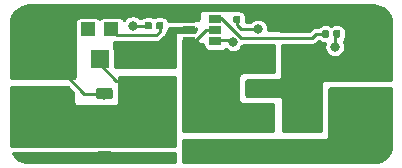
<source format=gbr>
G04 #@! TF.GenerationSoftware,KiCad,Pcbnew,(5.1.2)-2*
G04 #@! TF.CreationDate,2020-05-22T00:57:25-04:00*
G04 #@! TF.ProjectId,SWSupply,53575375-7070-46c7-992e-6b696361645f,rev?*
G04 #@! TF.SameCoordinates,Original*
G04 #@! TF.FileFunction,Copper,L1,Top*
G04 #@! TF.FilePolarity,Positive*
%FSLAX46Y46*%
G04 Gerber Fmt 4.6, Leading zero omitted, Abs format (unit mm)*
G04 Created by KiCad (PCBNEW (5.1.2)-2) date 2020-05-22 00:57:25*
%MOMM*%
%LPD*%
G04 APERTURE LIST*
%ADD10C,0.600000*%
%ADD11R,3.400000X0.980000*%
%ADD12R,1.200000X1.200000*%
%ADD13R,1.600000X1.500000*%
%ADD14R,1.400000X1.390000*%
%ADD15R,3.360000X4.860000*%
%ADD16R,1.060000X0.650000*%
%ADD17C,0.100000*%
%ADD18C,0.590000*%
%ADD19O,1.700000X1.700000*%
%ADD20R,1.700000X1.700000*%
%ADD21C,0.975000*%
%ADD22C,1.600000*%
%ADD23C,0.800000*%
%ADD24C,0.250000*%
%ADD25C,0.254000*%
G04 APERTURE END LIST*
D10*
X164900000Y-123100000D03*
X163900000Y-123100000D03*
X162900000Y-123100000D03*
X161900000Y-123100000D03*
X160900000Y-123100000D03*
X157100000Y-123100000D03*
X156100000Y-123100000D03*
X155100000Y-123100000D03*
X154100000Y-123100000D03*
X153100000Y-123100000D03*
X164900000Y-118700000D03*
X163900000Y-118700000D03*
X162900000Y-118700000D03*
X161900000Y-118700000D03*
X160900000Y-118700000D03*
X164900000Y-121700000D03*
X163900000Y-121700000D03*
X162900000Y-121700000D03*
X161900000Y-121700000D03*
X160900000Y-121700000D03*
X157100000Y-121700000D03*
X156100000Y-121700000D03*
X155100000Y-121700000D03*
X154100000Y-121700000D03*
X153100000Y-121700000D03*
X152100000Y-121700000D03*
X164900000Y-120700000D03*
X163900000Y-120700000D03*
X162900000Y-120700000D03*
X161900000Y-120700000D03*
X160900000Y-120700000D03*
X157100000Y-120700000D03*
X156100000Y-120700000D03*
X155100000Y-120700000D03*
X154100000Y-120700000D03*
X153100000Y-120700000D03*
X152100000Y-120700000D03*
X164900000Y-119700000D03*
X163900000Y-119700000D03*
X162900000Y-119700000D03*
X161900000Y-119700000D03*
X160900000Y-119700000D03*
X157100000Y-119700000D03*
X156100000Y-119700000D03*
X155100000Y-119700000D03*
X154100000Y-119700000D03*
X153100000Y-119700000D03*
X165100000Y-110500000D03*
X164100000Y-110500000D03*
X163100000Y-110500000D03*
X162100000Y-110500000D03*
X161100000Y-110500000D03*
X160100000Y-110500000D03*
X159100000Y-110500000D03*
X158100000Y-110500000D03*
X157100000Y-110500000D03*
X156100000Y-113500000D03*
X155100000Y-113500000D03*
X154100000Y-113500000D03*
X153100000Y-113500000D03*
X152100000Y-113500000D03*
X156100000Y-112500000D03*
X155100000Y-112500000D03*
X154100000Y-112500000D03*
X153100000Y-112500000D03*
X152100000Y-112500000D03*
X156100000Y-111500000D03*
X155100000Y-111500000D03*
X154100000Y-111500000D03*
X153100000Y-111500000D03*
X152100000Y-111500000D03*
X152100000Y-119700000D03*
X156100000Y-110500000D03*
X155100000Y-110500000D03*
X154100000Y-110500000D03*
X153100000Y-110500000D03*
X180100000Y-112500000D03*
X181100000Y-112500000D03*
X182100000Y-112500000D03*
X183100000Y-112500000D03*
X180100000Y-113500000D03*
X181100000Y-113500000D03*
X182100000Y-113500000D03*
X183100000Y-113500000D03*
X173600000Y-111500000D03*
X174600000Y-111500000D03*
X175600000Y-111500000D03*
X176600000Y-111500000D03*
X177600000Y-111500000D03*
X178600000Y-111500000D03*
X179600000Y-111500000D03*
X180600000Y-111500000D03*
X181600000Y-111500000D03*
X182600000Y-111500000D03*
X171600000Y-110500000D03*
X172600000Y-110500000D03*
X173600000Y-110500000D03*
X174600000Y-110500000D03*
X175600000Y-110500000D03*
X176600000Y-110500000D03*
X177600000Y-110500000D03*
X178600000Y-110500000D03*
X179600000Y-110500000D03*
X180600000Y-110500000D03*
X181600000Y-110500000D03*
X182600000Y-110500000D03*
X170900000Y-123000000D03*
X171900000Y-123000000D03*
X172900000Y-123000000D03*
X173900000Y-123000000D03*
X174900000Y-123000000D03*
X175900000Y-123000000D03*
X176900000Y-123000000D03*
X177900000Y-123000000D03*
X178900000Y-123000000D03*
X170900000Y-122000000D03*
X171900000Y-122000000D03*
X172900000Y-122000000D03*
X173900000Y-122000000D03*
X174900000Y-122000000D03*
X175900000Y-122000000D03*
X176900000Y-122000000D03*
X177900000Y-122000000D03*
X182900000Y-123000000D03*
X181900000Y-123000000D03*
X180900000Y-123000000D03*
X179900000Y-123000000D03*
X182900000Y-122000000D03*
X181900000Y-122000000D03*
X180900000Y-122000000D03*
X179900000Y-122000000D03*
X178900000Y-122000000D03*
X182900000Y-121000000D03*
X181900000Y-121000000D03*
X180900000Y-121000000D03*
X179900000Y-121000000D03*
X178900000Y-121000000D03*
X182900000Y-120000000D03*
X181900000Y-120000000D03*
X180900000Y-120000000D03*
X179900000Y-120000000D03*
X178900000Y-120000000D03*
D11*
X163100000Y-117085000D03*
X163100000Y-114715000D03*
D12*
X159900000Y-112225000D03*
D13*
X158900000Y-114775000D03*
D12*
X157900000Y-112225000D03*
D14*
X167180000Y-122516000D03*
X169020000Y-122516000D03*
D15*
X168100000Y-118545000D03*
D16*
X168700000Y-112300000D03*
X168700000Y-111350000D03*
X168700000Y-113250000D03*
X166500000Y-113250000D03*
X166500000Y-112300000D03*
X166500000Y-111350000D03*
D17*
G36*
X164146958Y-111580710D02*
G01*
X164161276Y-111582834D01*
X164175317Y-111586351D01*
X164188946Y-111591228D01*
X164202031Y-111597417D01*
X164214447Y-111604858D01*
X164226073Y-111613481D01*
X164236798Y-111623202D01*
X164246519Y-111633927D01*
X164255142Y-111645553D01*
X164262583Y-111657969D01*
X164268772Y-111671054D01*
X164273649Y-111684683D01*
X164277166Y-111698724D01*
X164279290Y-111713042D01*
X164280000Y-111727500D01*
X164280000Y-112072500D01*
X164279290Y-112086958D01*
X164277166Y-112101276D01*
X164273649Y-112115317D01*
X164268772Y-112128946D01*
X164262583Y-112142031D01*
X164255142Y-112154447D01*
X164246519Y-112166073D01*
X164236798Y-112176798D01*
X164226073Y-112186519D01*
X164214447Y-112195142D01*
X164202031Y-112202583D01*
X164188946Y-112208772D01*
X164175317Y-112213649D01*
X164161276Y-112217166D01*
X164146958Y-112219290D01*
X164132500Y-112220000D01*
X163837500Y-112220000D01*
X163823042Y-112219290D01*
X163808724Y-112217166D01*
X163794683Y-112213649D01*
X163781054Y-112208772D01*
X163767969Y-112202583D01*
X163755553Y-112195142D01*
X163743927Y-112186519D01*
X163733202Y-112176798D01*
X163723481Y-112166073D01*
X163714858Y-112154447D01*
X163707417Y-112142031D01*
X163701228Y-112128946D01*
X163696351Y-112115317D01*
X163692834Y-112101276D01*
X163690710Y-112086958D01*
X163690000Y-112072500D01*
X163690000Y-111727500D01*
X163690710Y-111713042D01*
X163692834Y-111698724D01*
X163696351Y-111684683D01*
X163701228Y-111671054D01*
X163707417Y-111657969D01*
X163714858Y-111645553D01*
X163723481Y-111633927D01*
X163733202Y-111623202D01*
X163743927Y-111613481D01*
X163755553Y-111604858D01*
X163767969Y-111597417D01*
X163781054Y-111591228D01*
X163794683Y-111586351D01*
X163808724Y-111582834D01*
X163823042Y-111580710D01*
X163837500Y-111580000D01*
X164132500Y-111580000D01*
X164146958Y-111580710D01*
X164146958Y-111580710D01*
G37*
D18*
X163985000Y-111900000D03*
D17*
G36*
X163176958Y-111580710D02*
G01*
X163191276Y-111582834D01*
X163205317Y-111586351D01*
X163218946Y-111591228D01*
X163232031Y-111597417D01*
X163244447Y-111604858D01*
X163256073Y-111613481D01*
X163266798Y-111623202D01*
X163276519Y-111633927D01*
X163285142Y-111645553D01*
X163292583Y-111657969D01*
X163298772Y-111671054D01*
X163303649Y-111684683D01*
X163307166Y-111698724D01*
X163309290Y-111713042D01*
X163310000Y-111727500D01*
X163310000Y-112072500D01*
X163309290Y-112086958D01*
X163307166Y-112101276D01*
X163303649Y-112115317D01*
X163298772Y-112128946D01*
X163292583Y-112142031D01*
X163285142Y-112154447D01*
X163276519Y-112166073D01*
X163266798Y-112176798D01*
X163256073Y-112186519D01*
X163244447Y-112195142D01*
X163232031Y-112202583D01*
X163218946Y-112208772D01*
X163205317Y-112213649D01*
X163191276Y-112217166D01*
X163176958Y-112219290D01*
X163162500Y-112220000D01*
X162867500Y-112220000D01*
X162853042Y-112219290D01*
X162838724Y-112217166D01*
X162824683Y-112213649D01*
X162811054Y-112208772D01*
X162797969Y-112202583D01*
X162785553Y-112195142D01*
X162773927Y-112186519D01*
X162763202Y-112176798D01*
X162753481Y-112166073D01*
X162744858Y-112154447D01*
X162737417Y-112142031D01*
X162731228Y-112128946D01*
X162726351Y-112115317D01*
X162722834Y-112101276D01*
X162720710Y-112086958D01*
X162720000Y-112072500D01*
X162720000Y-111727500D01*
X162720710Y-111713042D01*
X162722834Y-111698724D01*
X162726351Y-111684683D01*
X162731228Y-111671054D01*
X162737417Y-111657969D01*
X162744858Y-111645553D01*
X162753481Y-111633927D01*
X162763202Y-111623202D01*
X162773927Y-111613481D01*
X162785553Y-111604858D01*
X162797969Y-111597417D01*
X162811054Y-111591228D01*
X162824683Y-111586351D01*
X162838724Y-111582834D01*
X162853042Y-111580710D01*
X162867500Y-111580000D01*
X163162500Y-111580000D01*
X163176958Y-111580710D01*
X163176958Y-111580710D01*
G37*
D18*
X163015000Y-111900000D03*
D17*
G36*
X171646958Y-111080710D02*
G01*
X171661276Y-111082834D01*
X171675317Y-111086351D01*
X171688946Y-111091228D01*
X171702031Y-111097417D01*
X171714447Y-111104858D01*
X171726073Y-111113481D01*
X171736798Y-111123202D01*
X171746519Y-111133927D01*
X171755142Y-111145553D01*
X171762583Y-111157969D01*
X171768772Y-111171054D01*
X171773649Y-111184683D01*
X171777166Y-111198724D01*
X171779290Y-111213042D01*
X171780000Y-111227500D01*
X171780000Y-111572500D01*
X171779290Y-111586958D01*
X171777166Y-111601276D01*
X171773649Y-111615317D01*
X171768772Y-111628946D01*
X171762583Y-111642031D01*
X171755142Y-111654447D01*
X171746519Y-111666073D01*
X171736798Y-111676798D01*
X171726073Y-111686519D01*
X171714447Y-111695142D01*
X171702031Y-111702583D01*
X171688946Y-111708772D01*
X171675317Y-111713649D01*
X171661276Y-111717166D01*
X171646958Y-111719290D01*
X171632500Y-111720000D01*
X171337500Y-111720000D01*
X171323042Y-111719290D01*
X171308724Y-111717166D01*
X171294683Y-111713649D01*
X171281054Y-111708772D01*
X171267969Y-111702583D01*
X171255553Y-111695142D01*
X171243927Y-111686519D01*
X171233202Y-111676798D01*
X171223481Y-111666073D01*
X171214858Y-111654447D01*
X171207417Y-111642031D01*
X171201228Y-111628946D01*
X171196351Y-111615317D01*
X171192834Y-111601276D01*
X171190710Y-111586958D01*
X171190000Y-111572500D01*
X171190000Y-111227500D01*
X171190710Y-111213042D01*
X171192834Y-111198724D01*
X171196351Y-111184683D01*
X171201228Y-111171054D01*
X171207417Y-111157969D01*
X171214858Y-111145553D01*
X171223481Y-111133927D01*
X171233202Y-111123202D01*
X171243927Y-111113481D01*
X171255553Y-111104858D01*
X171267969Y-111097417D01*
X171281054Y-111091228D01*
X171294683Y-111086351D01*
X171308724Y-111082834D01*
X171323042Y-111080710D01*
X171337500Y-111080000D01*
X171632500Y-111080000D01*
X171646958Y-111080710D01*
X171646958Y-111080710D01*
G37*
D18*
X171485000Y-111400000D03*
D17*
G36*
X170676958Y-111080710D02*
G01*
X170691276Y-111082834D01*
X170705317Y-111086351D01*
X170718946Y-111091228D01*
X170732031Y-111097417D01*
X170744447Y-111104858D01*
X170756073Y-111113481D01*
X170766798Y-111123202D01*
X170776519Y-111133927D01*
X170785142Y-111145553D01*
X170792583Y-111157969D01*
X170798772Y-111171054D01*
X170803649Y-111184683D01*
X170807166Y-111198724D01*
X170809290Y-111213042D01*
X170810000Y-111227500D01*
X170810000Y-111572500D01*
X170809290Y-111586958D01*
X170807166Y-111601276D01*
X170803649Y-111615317D01*
X170798772Y-111628946D01*
X170792583Y-111642031D01*
X170785142Y-111654447D01*
X170776519Y-111666073D01*
X170766798Y-111676798D01*
X170756073Y-111686519D01*
X170744447Y-111695142D01*
X170732031Y-111702583D01*
X170718946Y-111708772D01*
X170705317Y-111713649D01*
X170691276Y-111717166D01*
X170676958Y-111719290D01*
X170662500Y-111720000D01*
X170367500Y-111720000D01*
X170353042Y-111719290D01*
X170338724Y-111717166D01*
X170324683Y-111713649D01*
X170311054Y-111708772D01*
X170297969Y-111702583D01*
X170285553Y-111695142D01*
X170273927Y-111686519D01*
X170263202Y-111676798D01*
X170253481Y-111666073D01*
X170244858Y-111654447D01*
X170237417Y-111642031D01*
X170231228Y-111628946D01*
X170226351Y-111615317D01*
X170222834Y-111601276D01*
X170220710Y-111586958D01*
X170220000Y-111572500D01*
X170220000Y-111227500D01*
X170220710Y-111213042D01*
X170222834Y-111198724D01*
X170226351Y-111184683D01*
X170231228Y-111171054D01*
X170237417Y-111157969D01*
X170244858Y-111145553D01*
X170253481Y-111133927D01*
X170263202Y-111123202D01*
X170273927Y-111113481D01*
X170285553Y-111104858D01*
X170297969Y-111097417D01*
X170311054Y-111091228D01*
X170324683Y-111086351D01*
X170338724Y-111082834D01*
X170353042Y-111080710D01*
X170367500Y-111080000D01*
X170662500Y-111080000D01*
X170676958Y-111080710D01*
X170676958Y-111080710D01*
G37*
D18*
X170515000Y-111400000D03*
D19*
X155140000Y-118120000D03*
X152600000Y-118120000D03*
X155140000Y-115580000D03*
D20*
X152600000Y-115580000D03*
D19*
X182440000Y-118120000D03*
X179900000Y-118120000D03*
X182440000Y-115580000D03*
D20*
X179900000Y-115580000D03*
D17*
G36*
X159780142Y-117176174D02*
G01*
X159803803Y-117179684D01*
X159827007Y-117185496D01*
X159849529Y-117193554D01*
X159871153Y-117203782D01*
X159891670Y-117216079D01*
X159910883Y-117230329D01*
X159928607Y-117246393D01*
X159944671Y-117264117D01*
X159958921Y-117283330D01*
X159971218Y-117303847D01*
X159981446Y-117325471D01*
X159989504Y-117347993D01*
X159995316Y-117371197D01*
X159998826Y-117394858D01*
X160000000Y-117418750D01*
X160000000Y-117906250D01*
X159998826Y-117930142D01*
X159995316Y-117953803D01*
X159989504Y-117977007D01*
X159981446Y-117999529D01*
X159971218Y-118021153D01*
X159958921Y-118041670D01*
X159944671Y-118060883D01*
X159928607Y-118078607D01*
X159910883Y-118094671D01*
X159891670Y-118108921D01*
X159871153Y-118121218D01*
X159849529Y-118131446D01*
X159827007Y-118139504D01*
X159803803Y-118145316D01*
X159780142Y-118148826D01*
X159756250Y-118150000D01*
X158843750Y-118150000D01*
X158819858Y-118148826D01*
X158796197Y-118145316D01*
X158772993Y-118139504D01*
X158750471Y-118131446D01*
X158728847Y-118121218D01*
X158708330Y-118108921D01*
X158689117Y-118094671D01*
X158671393Y-118078607D01*
X158655329Y-118060883D01*
X158641079Y-118041670D01*
X158628782Y-118021153D01*
X158618554Y-117999529D01*
X158610496Y-117977007D01*
X158604684Y-117953803D01*
X158601174Y-117930142D01*
X158600000Y-117906250D01*
X158600000Y-117418750D01*
X158601174Y-117394858D01*
X158604684Y-117371197D01*
X158610496Y-117347993D01*
X158618554Y-117325471D01*
X158628782Y-117303847D01*
X158641079Y-117283330D01*
X158655329Y-117264117D01*
X158671393Y-117246393D01*
X158689117Y-117230329D01*
X158708330Y-117216079D01*
X158728847Y-117203782D01*
X158750471Y-117193554D01*
X158772993Y-117185496D01*
X158796197Y-117179684D01*
X158819858Y-117176174D01*
X158843750Y-117175000D01*
X159756250Y-117175000D01*
X159780142Y-117176174D01*
X159780142Y-117176174D01*
G37*
D21*
X159300000Y-117662500D03*
D17*
G36*
X159780142Y-119051174D02*
G01*
X159803803Y-119054684D01*
X159827007Y-119060496D01*
X159849529Y-119068554D01*
X159871153Y-119078782D01*
X159891670Y-119091079D01*
X159910883Y-119105329D01*
X159928607Y-119121393D01*
X159944671Y-119139117D01*
X159958921Y-119158330D01*
X159971218Y-119178847D01*
X159981446Y-119200471D01*
X159989504Y-119222993D01*
X159995316Y-119246197D01*
X159998826Y-119269858D01*
X160000000Y-119293750D01*
X160000000Y-119781250D01*
X159998826Y-119805142D01*
X159995316Y-119828803D01*
X159989504Y-119852007D01*
X159981446Y-119874529D01*
X159971218Y-119896153D01*
X159958921Y-119916670D01*
X159944671Y-119935883D01*
X159928607Y-119953607D01*
X159910883Y-119969671D01*
X159891670Y-119983921D01*
X159871153Y-119996218D01*
X159849529Y-120006446D01*
X159827007Y-120014504D01*
X159803803Y-120020316D01*
X159780142Y-120023826D01*
X159756250Y-120025000D01*
X158843750Y-120025000D01*
X158819858Y-120023826D01*
X158796197Y-120020316D01*
X158772993Y-120014504D01*
X158750471Y-120006446D01*
X158728847Y-119996218D01*
X158708330Y-119983921D01*
X158689117Y-119969671D01*
X158671393Y-119953607D01*
X158655329Y-119935883D01*
X158641079Y-119916670D01*
X158628782Y-119896153D01*
X158618554Y-119874529D01*
X158610496Y-119852007D01*
X158604684Y-119828803D01*
X158601174Y-119805142D01*
X158600000Y-119781250D01*
X158600000Y-119293750D01*
X158601174Y-119269858D01*
X158604684Y-119246197D01*
X158610496Y-119222993D01*
X158618554Y-119200471D01*
X158628782Y-119178847D01*
X158641079Y-119158330D01*
X158655329Y-119139117D01*
X158671393Y-119121393D01*
X158689117Y-119105329D01*
X158708330Y-119091079D01*
X158728847Y-119078782D01*
X158750471Y-119068554D01*
X158772993Y-119060496D01*
X158796197Y-119054684D01*
X158819858Y-119051174D01*
X158843750Y-119050000D01*
X159756250Y-119050000D01*
X159780142Y-119051174D01*
X159780142Y-119051174D01*
G37*
D21*
X159300000Y-119537500D03*
D17*
G36*
X159780142Y-122551174D02*
G01*
X159803803Y-122554684D01*
X159827007Y-122560496D01*
X159849529Y-122568554D01*
X159871153Y-122578782D01*
X159891670Y-122591079D01*
X159910883Y-122605329D01*
X159928607Y-122621393D01*
X159944671Y-122639117D01*
X159958921Y-122658330D01*
X159971218Y-122678847D01*
X159981446Y-122700471D01*
X159989504Y-122722993D01*
X159995316Y-122746197D01*
X159998826Y-122769858D01*
X160000000Y-122793750D01*
X160000000Y-123281250D01*
X159998826Y-123305142D01*
X159995316Y-123328803D01*
X159989504Y-123352007D01*
X159981446Y-123374529D01*
X159971218Y-123396153D01*
X159958921Y-123416670D01*
X159944671Y-123435883D01*
X159928607Y-123453607D01*
X159910883Y-123469671D01*
X159891670Y-123483921D01*
X159871153Y-123496218D01*
X159849529Y-123506446D01*
X159827007Y-123514504D01*
X159803803Y-123520316D01*
X159780142Y-123523826D01*
X159756250Y-123525000D01*
X158843750Y-123525000D01*
X158819858Y-123523826D01*
X158796197Y-123520316D01*
X158772993Y-123514504D01*
X158750471Y-123506446D01*
X158728847Y-123496218D01*
X158708330Y-123483921D01*
X158689117Y-123469671D01*
X158671393Y-123453607D01*
X158655329Y-123435883D01*
X158641079Y-123416670D01*
X158628782Y-123396153D01*
X158618554Y-123374529D01*
X158610496Y-123352007D01*
X158604684Y-123328803D01*
X158601174Y-123305142D01*
X158600000Y-123281250D01*
X158600000Y-122793750D01*
X158601174Y-122769858D01*
X158604684Y-122746197D01*
X158610496Y-122722993D01*
X158618554Y-122700471D01*
X158628782Y-122678847D01*
X158641079Y-122658330D01*
X158655329Y-122639117D01*
X158671393Y-122621393D01*
X158689117Y-122605329D01*
X158708330Y-122591079D01*
X158728847Y-122578782D01*
X158750471Y-122568554D01*
X158772993Y-122560496D01*
X158796197Y-122554684D01*
X158819858Y-122551174D01*
X158843750Y-122550000D01*
X159756250Y-122550000D01*
X159780142Y-122551174D01*
X159780142Y-122551174D01*
G37*
D21*
X159300000Y-123037500D03*
D17*
G36*
X159780142Y-120676174D02*
G01*
X159803803Y-120679684D01*
X159827007Y-120685496D01*
X159849529Y-120693554D01*
X159871153Y-120703782D01*
X159891670Y-120716079D01*
X159910883Y-120730329D01*
X159928607Y-120746393D01*
X159944671Y-120764117D01*
X159958921Y-120783330D01*
X159971218Y-120803847D01*
X159981446Y-120825471D01*
X159989504Y-120847993D01*
X159995316Y-120871197D01*
X159998826Y-120894858D01*
X160000000Y-120918750D01*
X160000000Y-121406250D01*
X159998826Y-121430142D01*
X159995316Y-121453803D01*
X159989504Y-121477007D01*
X159981446Y-121499529D01*
X159971218Y-121521153D01*
X159958921Y-121541670D01*
X159944671Y-121560883D01*
X159928607Y-121578607D01*
X159910883Y-121594671D01*
X159891670Y-121608921D01*
X159871153Y-121621218D01*
X159849529Y-121631446D01*
X159827007Y-121639504D01*
X159803803Y-121645316D01*
X159780142Y-121648826D01*
X159756250Y-121650000D01*
X158843750Y-121650000D01*
X158819858Y-121648826D01*
X158796197Y-121645316D01*
X158772993Y-121639504D01*
X158750471Y-121631446D01*
X158728847Y-121621218D01*
X158708330Y-121608921D01*
X158689117Y-121594671D01*
X158671393Y-121578607D01*
X158655329Y-121560883D01*
X158641079Y-121541670D01*
X158628782Y-121521153D01*
X158618554Y-121499529D01*
X158610496Y-121477007D01*
X158604684Y-121453803D01*
X158601174Y-121430142D01*
X158600000Y-121406250D01*
X158600000Y-120918750D01*
X158601174Y-120894858D01*
X158604684Y-120871197D01*
X158610496Y-120847993D01*
X158618554Y-120825471D01*
X158628782Y-120803847D01*
X158641079Y-120783330D01*
X158655329Y-120764117D01*
X158671393Y-120746393D01*
X158689117Y-120730329D01*
X158708330Y-120716079D01*
X158728847Y-120703782D01*
X158750471Y-120693554D01*
X158772993Y-120685496D01*
X158796197Y-120679684D01*
X158819858Y-120676174D01*
X158843750Y-120675000D01*
X159756250Y-120675000D01*
X159780142Y-120676174D01*
X159780142Y-120676174D01*
G37*
D21*
X159300000Y-121162500D03*
D17*
G36*
X171646958Y-116880710D02*
G01*
X171661276Y-116882834D01*
X171675317Y-116886351D01*
X171688946Y-116891228D01*
X171702031Y-116897417D01*
X171714447Y-116904858D01*
X171726073Y-116913481D01*
X171736798Y-116923202D01*
X171746519Y-116933927D01*
X171755142Y-116945553D01*
X171762583Y-116957969D01*
X171768772Y-116971054D01*
X171773649Y-116984683D01*
X171777166Y-116998724D01*
X171779290Y-117013042D01*
X171780000Y-117027500D01*
X171780000Y-117372500D01*
X171779290Y-117386958D01*
X171777166Y-117401276D01*
X171773649Y-117415317D01*
X171768772Y-117428946D01*
X171762583Y-117442031D01*
X171755142Y-117454447D01*
X171746519Y-117466073D01*
X171736798Y-117476798D01*
X171726073Y-117486519D01*
X171714447Y-117495142D01*
X171702031Y-117502583D01*
X171688946Y-117508772D01*
X171675317Y-117513649D01*
X171661276Y-117517166D01*
X171646958Y-117519290D01*
X171632500Y-117520000D01*
X171337500Y-117520000D01*
X171323042Y-117519290D01*
X171308724Y-117517166D01*
X171294683Y-117513649D01*
X171281054Y-117508772D01*
X171267969Y-117502583D01*
X171255553Y-117495142D01*
X171243927Y-117486519D01*
X171233202Y-117476798D01*
X171223481Y-117466073D01*
X171214858Y-117454447D01*
X171207417Y-117442031D01*
X171201228Y-117428946D01*
X171196351Y-117415317D01*
X171192834Y-117401276D01*
X171190710Y-117386958D01*
X171190000Y-117372500D01*
X171190000Y-117027500D01*
X171190710Y-117013042D01*
X171192834Y-116998724D01*
X171196351Y-116984683D01*
X171201228Y-116971054D01*
X171207417Y-116957969D01*
X171214858Y-116945553D01*
X171223481Y-116933927D01*
X171233202Y-116923202D01*
X171243927Y-116913481D01*
X171255553Y-116904858D01*
X171267969Y-116897417D01*
X171281054Y-116891228D01*
X171294683Y-116886351D01*
X171308724Y-116882834D01*
X171323042Y-116880710D01*
X171337500Y-116880000D01*
X171632500Y-116880000D01*
X171646958Y-116880710D01*
X171646958Y-116880710D01*
G37*
D18*
X171485000Y-117200000D03*
D17*
G36*
X170676958Y-116880710D02*
G01*
X170691276Y-116882834D01*
X170705317Y-116886351D01*
X170718946Y-116891228D01*
X170732031Y-116897417D01*
X170744447Y-116904858D01*
X170756073Y-116913481D01*
X170766798Y-116923202D01*
X170776519Y-116933927D01*
X170785142Y-116945553D01*
X170792583Y-116957969D01*
X170798772Y-116971054D01*
X170803649Y-116984683D01*
X170807166Y-116998724D01*
X170809290Y-117013042D01*
X170810000Y-117027500D01*
X170810000Y-117372500D01*
X170809290Y-117386958D01*
X170807166Y-117401276D01*
X170803649Y-117415317D01*
X170798772Y-117428946D01*
X170792583Y-117442031D01*
X170785142Y-117454447D01*
X170776519Y-117466073D01*
X170766798Y-117476798D01*
X170756073Y-117486519D01*
X170744447Y-117495142D01*
X170732031Y-117502583D01*
X170718946Y-117508772D01*
X170705317Y-117513649D01*
X170691276Y-117517166D01*
X170676958Y-117519290D01*
X170662500Y-117520000D01*
X170367500Y-117520000D01*
X170353042Y-117519290D01*
X170338724Y-117517166D01*
X170324683Y-117513649D01*
X170311054Y-117508772D01*
X170297969Y-117502583D01*
X170285553Y-117495142D01*
X170273927Y-117486519D01*
X170263202Y-117476798D01*
X170253481Y-117466073D01*
X170244858Y-117454447D01*
X170237417Y-117442031D01*
X170231228Y-117428946D01*
X170226351Y-117415317D01*
X170222834Y-117401276D01*
X170220710Y-117386958D01*
X170220000Y-117372500D01*
X170220000Y-117027500D01*
X170220710Y-117013042D01*
X170222834Y-116998724D01*
X170226351Y-116984683D01*
X170231228Y-116971054D01*
X170237417Y-116957969D01*
X170244858Y-116945553D01*
X170253481Y-116933927D01*
X170263202Y-116923202D01*
X170273927Y-116913481D01*
X170285553Y-116904858D01*
X170297969Y-116897417D01*
X170311054Y-116891228D01*
X170324683Y-116886351D01*
X170338724Y-116882834D01*
X170353042Y-116880710D01*
X170367500Y-116880000D01*
X170662500Y-116880000D01*
X170676958Y-116880710D01*
X170676958Y-116880710D01*
G37*
D18*
X170515000Y-117200000D03*
D17*
G36*
X178176958Y-112280710D02*
G01*
X178191276Y-112282834D01*
X178205317Y-112286351D01*
X178218946Y-112291228D01*
X178232031Y-112297417D01*
X178244447Y-112304858D01*
X178256073Y-112313481D01*
X178266798Y-112323202D01*
X178276519Y-112333927D01*
X178285142Y-112345553D01*
X178292583Y-112357969D01*
X178298772Y-112371054D01*
X178303649Y-112384683D01*
X178307166Y-112398724D01*
X178309290Y-112413042D01*
X178310000Y-112427500D01*
X178310000Y-112772500D01*
X178309290Y-112786958D01*
X178307166Y-112801276D01*
X178303649Y-112815317D01*
X178298772Y-112828946D01*
X178292583Y-112842031D01*
X178285142Y-112854447D01*
X178276519Y-112866073D01*
X178266798Y-112876798D01*
X178256073Y-112886519D01*
X178244447Y-112895142D01*
X178232031Y-112902583D01*
X178218946Y-112908772D01*
X178205317Y-112913649D01*
X178191276Y-112917166D01*
X178176958Y-112919290D01*
X178162500Y-112920000D01*
X177867500Y-112920000D01*
X177853042Y-112919290D01*
X177838724Y-112917166D01*
X177824683Y-112913649D01*
X177811054Y-112908772D01*
X177797969Y-112902583D01*
X177785553Y-112895142D01*
X177773927Y-112886519D01*
X177763202Y-112876798D01*
X177753481Y-112866073D01*
X177744858Y-112854447D01*
X177737417Y-112842031D01*
X177731228Y-112828946D01*
X177726351Y-112815317D01*
X177722834Y-112801276D01*
X177720710Y-112786958D01*
X177720000Y-112772500D01*
X177720000Y-112427500D01*
X177720710Y-112413042D01*
X177722834Y-112398724D01*
X177726351Y-112384683D01*
X177731228Y-112371054D01*
X177737417Y-112357969D01*
X177744858Y-112345553D01*
X177753481Y-112333927D01*
X177763202Y-112323202D01*
X177773927Y-112313481D01*
X177785553Y-112304858D01*
X177797969Y-112297417D01*
X177811054Y-112291228D01*
X177824683Y-112286351D01*
X177838724Y-112282834D01*
X177853042Y-112280710D01*
X177867500Y-112280000D01*
X178162500Y-112280000D01*
X178176958Y-112280710D01*
X178176958Y-112280710D01*
G37*
D18*
X178015000Y-112600000D03*
D17*
G36*
X179146958Y-112280710D02*
G01*
X179161276Y-112282834D01*
X179175317Y-112286351D01*
X179188946Y-112291228D01*
X179202031Y-112297417D01*
X179214447Y-112304858D01*
X179226073Y-112313481D01*
X179236798Y-112323202D01*
X179246519Y-112333927D01*
X179255142Y-112345553D01*
X179262583Y-112357969D01*
X179268772Y-112371054D01*
X179273649Y-112384683D01*
X179277166Y-112398724D01*
X179279290Y-112413042D01*
X179280000Y-112427500D01*
X179280000Y-112772500D01*
X179279290Y-112786958D01*
X179277166Y-112801276D01*
X179273649Y-112815317D01*
X179268772Y-112828946D01*
X179262583Y-112842031D01*
X179255142Y-112854447D01*
X179246519Y-112866073D01*
X179236798Y-112876798D01*
X179226073Y-112886519D01*
X179214447Y-112895142D01*
X179202031Y-112902583D01*
X179188946Y-112908772D01*
X179175317Y-112913649D01*
X179161276Y-112917166D01*
X179146958Y-112919290D01*
X179132500Y-112920000D01*
X178837500Y-112920000D01*
X178823042Y-112919290D01*
X178808724Y-112917166D01*
X178794683Y-112913649D01*
X178781054Y-112908772D01*
X178767969Y-112902583D01*
X178755553Y-112895142D01*
X178743927Y-112886519D01*
X178733202Y-112876798D01*
X178723481Y-112866073D01*
X178714858Y-112854447D01*
X178707417Y-112842031D01*
X178701228Y-112828946D01*
X178696351Y-112815317D01*
X178692834Y-112801276D01*
X178690710Y-112786958D01*
X178690000Y-112772500D01*
X178690000Y-112427500D01*
X178690710Y-112413042D01*
X178692834Y-112398724D01*
X178696351Y-112384683D01*
X178701228Y-112371054D01*
X178707417Y-112357969D01*
X178714858Y-112345553D01*
X178723481Y-112333927D01*
X178733202Y-112323202D01*
X178743927Y-112313481D01*
X178755553Y-112304858D01*
X178767969Y-112297417D01*
X178781054Y-112291228D01*
X178794683Y-112286351D01*
X178808724Y-112282834D01*
X178823042Y-112280710D01*
X178837500Y-112280000D01*
X179132500Y-112280000D01*
X179146958Y-112280710D01*
X179146958Y-112280710D01*
G37*
D18*
X178985000Y-112600000D03*
D17*
G36*
X177399505Y-119426205D02*
G01*
X177423774Y-119429805D01*
X177447572Y-119435766D01*
X177470672Y-119444031D01*
X177492850Y-119454521D01*
X177513894Y-119467134D01*
X177533599Y-119481748D01*
X177551778Y-119498224D01*
X177568254Y-119516403D01*
X177582868Y-119536108D01*
X177595481Y-119557152D01*
X177605971Y-119579330D01*
X177614236Y-119602430D01*
X177620197Y-119626228D01*
X177623797Y-119650497D01*
X177625001Y-119675001D01*
X177625001Y-120775001D01*
X177623797Y-120799505D01*
X177620197Y-120823774D01*
X177614236Y-120847572D01*
X177605971Y-120870672D01*
X177595481Y-120892850D01*
X177582868Y-120913894D01*
X177568254Y-120933599D01*
X177551778Y-120951778D01*
X177533599Y-120968254D01*
X177513894Y-120982868D01*
X177492850Y-120995481D01*
X177470672Y-121005971D01*
X177447572Y-121014236D01*
X177423774Y-121020197D01*
X177399505Y-121023797D01*
X177375001Y-121025001D01*
X175100001Y-121025001D01*
X175075497Y-121023797D01*
X175051228Y-121020197D01*
X175027430Y-121014236D01*
X175004330Y-121005971D01*
X174982152Y-120995481D01*
X174961108Y-120982868D01*
X174941403Y-120968254D01*
X174923224Y-120951778D01*
X174906748Y-120933599D01*
X174892134Y-120913894D01*
X174879521Y-120892850D01*
X174869031Y-120870672D01*
X174860766Y-120847572D01*
X174854805Y-120823774D01*
X174851205Y-120799505D01*
X174850001Y-120775001D01*
X174850001Y-119675001D01*
X174851205Y-119650497D01*
X174854805Y-119626228D01*
X174860766Y-119602430D01*
X174869031Y-119579330D01*
X174879521Y-119557152D01*
X174892134Y-119536108D01*
X174906748Y-119516403D01*
X174923224Y-119498224D01*
X174941403Y-119481748D01*
X174961108Y-119467134D01*
X174982152Y-119454521D01*
X175004330Y-119444031D01*
X175027430Y-119435766D01*
X175051228Y-119429805D01*
X175075497Y-119426205D01*
X175100001Y-119425001D01*
X177375001Y-119425001D01*
X177399505Y-119426205D01*
X177399505Y-119426205D01*
G37*
D22*
X176237501Y-120225001D03*
D17*
G36*
X173274505Y-119426205D02*
G01*
X173298774Y-119429805D01*
X173322572Y-119435766D01*
X173345672Y-119444031D01*
X173367850Y-119454521D01*
X173388894Y-119467134D01*
X173408599Y-119481748D01*
X173426778Y-119498224D01*
X173443254Y-119516403D01*
X173457868Y-119536108D01*
X173470481Y-119557152D01*
X173480971Y-119579330D01*
X173489236Y-119602430D01*
X173495197Y-119626228D01*
X173498797Y-119650497D01*
X173500001Y-119675001D01*
X173500001Y-120775001D01*
X173498797Y-120799505D01*
X173495197Y-120823774D01*
X173489236Y-120847572D01*
X173480971Y-120870672D01*
X173470481Y-120892850D01*
X173457868Y-120913894D01*
X173443254Y-120933599D01*
X173426778Y-120951778D01*
X173408599Y-120968254D01*
X173388894Y-120982868D01*
X173367850Y-120995481D01*
X173345672Y-121005971D01*
X173322572Y-121014236D01*
X173298774Y-121020197D01*
X173274505Y-121023797D01*
X173250001Y-121025001D01*
X170975001Y-121025001D01*
X170950497Y-121023797D01*
X170926228Y-121020197D01*
X170902430Y-121014236D01*
X170879330Y-121005971D01*
X170857152Y-120995481D01*
X170836108Y-120982868D01*
X170816403Y-120968254D01*
X170798224Y-120951778D01*
X170781748Y-120933599D01*
X170767134Y-120913894D01*
X170754521Y-120892850D01*
X170744031Y-120870672D01*
X170735766Y-120847572D01*
X170729805Y-120823774D01*
X170726205Y-120799505D01*
X170725001Y-120775001D01*
X170725001Y-119675001D01*
X170726205Y-119650497D01*
X170729805Y-119626228D01*
X170735766Y-119602430D01*
X170744031Y-119579330D01*
X170754521Y-119557152D01*
X170767134Y-119536108D01*
X170781748Y-119516403D01*
X170798224Y-119498224D01*
X170816403Y-119481748D01*
X170836108Y-119467134D01*
X170857152Y-119454521D01*
X170879330Y-119444031D01*
X170902430Y-119435766D01*
X170926228Y-119429805D01*
X170950497Y-119426205D01*
X170975001Y-119425001D01*
X173250001Y-119425001D01*
X173274505Y-119426205D01*
X173274505Y-119426205D01*
G37*
D22*
X172112501Y-120225001D03*
D17*
G36*
X177474504Y-113501204D02*
G01*
X177498773Y-113504804D01*
X177522571Y-113510765D01*
X177545671Y-113519030D01*
X177567849Y-113529520D01*
X177588893Y-113542133D01*
X177608598Y-113556747D01*
X177626777Y-113573223D01*
X177643253Y-113591402D01*
X177657867Y-113611107D01*
X177670480Y-113632151D01*
X177680970Y-113654329D01*
X177689235Y-113677429D01*
X177695196Y-113701227D01*
X177698796Y-113725496D01*
X177700000Y-113750000D01*
X177700000Y-114850000D01*
X177698796Y-114874504D01*
X177695196Y-114898773D01*
X177689235Y-114922571D01*
X177680970Y-114945671D01*
X177670480Y-114967849D01*
X177657867Y-114988893D01*
X177643253Y-115008598D01*
X177626777Y-115026777D01*
X177608598Y-115043253D01*
X177588893Y-115057867D01*
X177567849Y-115070480D01*
X177545671Y-115080970D01*
X177522571Y-115089235D01*
X177498773Y-115095196D01*
X177474504Y-115098796D01*
X177450000Y-115100000D01*
X175175000Y-115100000D01*
X175150496Y-115098796D01*
X175126227Y-115095196D01*
X175102429Y-115089235D01*
X175079329Y-115080970D01*
X175057151Y-115070480D01*
X175036107Y-115057867D01*
X175016402Y-115043253D01*
X174998223Y-115026777D01*
X174981747Y-115008598D01*
X174967133Y-114988893D01*
X174954520Y-114967849D01*
X174944030Y-114945671D01*
X174935765Y-114922571D01*
X174929804Y-114898773D01*
X174926204Y-114874504D01*
X174925000Y-114850000D01*
X174925000Y-113750000D01*
X174926204Y-113725496D01*
X174929804Y-113701227D01*
X174935765Y-113677429D01*
X174944030Y-113654329D01*
X174954520Y-113632151D01*
X174967133Y-113611107D01*
X174981747Y-113591402D01*
X174998223Y-113573223D01*
X175016402Y-113556747D01*
X175036107Y-113542133D01*
X175057151Y-113529520D01*
X175079329Y-113519030D01*
X175102429Y-113510765D01*
X175126227Y-113504804D01*
X175150496Y-113501204D01*
X175175000Y-113500000D01*
X177450000Y-113500000D01*
X177474504Y-113501204D01*
X177474504Y-113501204D01*
G37*
D22*
X176312500Y-114300000D03*
D17*
G36*
X173349504Y-113501204D02*
G01*
X173373773Y-113504804D01*
X173397571Y-113510765D01*
X173420671Y-113519030D01*
X173442849Y-113529520D01*
X173463893Y-113542133D01*
X173483598Y-113556747D01*
X173501777Y-113573223D01*
X173518253Y-113591402D01*
X173532867Y-113611107D01*
X173545480Y-113632151D01*
X173555970Y-113654329D01*
X173564235Y-113677429D01*
X173570196Y-113701227D01*
X173573796Y-113725496D01*
X173575000Y-113750000D01*
X173575000Y-114850000D01*
X173573796Y-114874504D01*
X173570196Y-114898773D01*
X173564235Y-114922571D01*
X173555970Y-114945671D01*
X173545480Y-114967849D01*
X173532867Y-114988893D01*
X173518253Y-115008598D01*
X173501777Y-115026777D01*
X173483598Y-115043253D01*
X173463893Y-115057867D01*
X173442849Y-115070480D01*
X173420671Y-115080970D01*
X173397571Y-115089235D01*
X173373773Y-115095196D01*
X173349504Y-115098796D01*
X173325000Y-115100000D01*
X171050000Y-115100000D01*
X171025496Y-115098796D01*
X171001227Y-115095196D01*
X170977429Y-115089235D01*
X170954329Y-115080970D01*
X170932151Y-115070480D01*
X170911107Y-115057867D01*
X170891402Y-115043253D01*
X170873223Y-115026777D01*
X170856747Y-115008598D01*
X170842133Y-114988893D01*
X170829520Y-114967849D01*
X170819030Y-114945671D01*
X170810765Y-114922571D01*
X170804804Y-114898773D01*
X170801204Y-114874504D01*
X170800000Y-114850000D01*
X170800000Y-113750000D01*
X170801204Y-113725496D01*
X170804804Y-113701227D01*
X170810765Y-113677429D01*
X170819030Y-113654329D01*
X170829520Y-113632151D01*
X170842133Y-113611107D01*
X170856747Y-113591402D01*
X170873223Y-113573223D01*
X170891402Y-113556747D01*
X170911107Y-113542133D01*
X170932151Y-113529520D01*
X170954329Y-113519030D01*
X170977429Y-113510765D01*
X171001227Y-113504804D01*
X171025496Y-113501204D01*
X171050000Y-113500000D01*
X173325000Y-113500000D01*
X173349504Y-113501204D01*
X173349504Y-113501204D01*
G37*
D22*
X172187500Y-114300000D03*
D23*
X170200000Y-113299998D03*
X172300000Y-112200000D03*
X161700000Y-111900000D03*
X160700000Y-113700000D03*
X178800000Y-113700000D03*
D24*
X157602500Y-117662500D02*
X159300000Y-117662500D01*
X155140000Y-115200000D02*
X157602500Y-117662500D01*
X170050002Y-113150000D02*
X170200000Y-113299998D01*
X168700000Y-113150000D02*
X170050002Y-113150000D01*
X170515000Y-111820000D02*
X170515000Y-111400000D01*
X170895000Y-112200000D02*
X170515000Y-111820000D01*
X172300000Y-112200000D02*
X170895000Y-112200000D01*
X163015000Y-111900000D02*
X161700000Y-111900000D01*
X170865004Y-112925002D02*
X176889998Y-112925002D01*
X168700000Y-111250000D02*
X169190002Y-111250000D01*
X169190002Y-111250000D02*
X170865004Y-112925002D01*
X177215000Y-112600000D02*
X178015000Y-112600000D01*
X176889998Y-112925002D02*
X177215000Y-112600000D01*
X178800000Y-112785000D02*
X178985000Y-112600000D01*
X178800000Y-113700000D02*
X178800000Y-112785000D01*
X158900000Y-115175000D02*
X160325000Y-116600000D01*
X158900000Y-114175000D02*
X158900000Y-115175000D01*
X160325000Y-116600000D02*
X160600000Y-116600000D01*
X163678230Y-112725002D02*
X160400002Y-112725002D01*
X160400002Y-112725002D02*
X159900000Y-112225000D01*
X163985000Y-112418232D02*
X163985000Y-111900000D01*
X163678230Y-112725002D02*
X163985000Y-112418232D01*
X166970000Y-113250000D02*
X166500000Y-113250000D01*
X167920000Y-112300000D02*
X166970000Y-113250000D01*
X168700000Y-112300000D02*
X167920000Y-112300000D01*
D25*
G36*
X165876492Y-112145097D02*
G01*
X165970000Y-112154307D01*
X167030000Y-112154307D01*
X167073000Y-112150072D01*
X167073000Y-112295645D01*
X166922952Y-112445693D01*
X165970000Y-112445693D01*
X165876492Y-112454903D01*
X165816833Y-112473000D01*
X165400000Y-112473000D01*
X165375224Y-112475440D01*
X165351399Y-112482667D01*
X165329443Y-112494403D01*
X165310197Y-112510197D01*
X165294403Y-112529443D01*
X165282667Y-112551399D01*
X165275440Y-112575224D01*
X165273000Y-112600000D01*
X165273000Y-115373000D01*
X160179307Y-115373000D01*
X160179307Y-114025000D01*
X160170097Y-113931492D01*
X160142822Y-113841577D01*
X160127000Y-113811976D01*
X160127000Y-113304307D01*
X160235890Y-113304307D01*
X160281989Y-113318291D01*
X160293184Y-113319393D01*
X160370436Y-113327002D01*
X160370443Y-113327002D01*
X160400002Y-113329913D01*
X160429561Y-113327002D01*
X163648674Y-113327002D01*
X163678230Y-113329913D01*
X163707786Y-113327002D01*
X163707796Y-113327002D01*
X163796242Y-113318291D01*
X163909720Y-113283868D01*
X164014301Y-113227968D01*
X164105967Y-113152739D01*
X164124818Y-113129769D01*
X164389772Y-112864816D01*
X164412737Y-112845969D01*
X164487966Y-112754303D01*
X164543866Y-112649722D01*
X164578289Y-112536244D01*
X164580937Y-112509361D01*
X164653671Y-112420735D01*
X164711594Y-112312369D01*
X164747263Y-112194784D01*
X164751507Y-112151691D01*
X164767968Y-112127000D01*
X165816833Y-112127000D01*
X165876492Y-112145097D01*
X165876492Y-112145097D01*
G37*
X165876492Y-112145097D02*
X165970000Y-112154307D01*
X167030000Y-112154307D01*
X167073000Y-112150072D01*
X167073000Y-112295645D01*
X166922952Y-112445693D01*
X165970000Y-112445693D01*
X165876492Y-112454903D01*
X165816833Y-112473000D01*
X165400000Y-112473000D01*
X165375224Y-112475440D01*
X165351399Y-112482667D01*
X165329443Y-112494403D01*
X165310197Y-112510197D01*
X165294403Y-112529443D01*
X165282667Y-112551399D01*
X165275440Y-112575224D01*
X165273000Y-112600000D01*
X165273000Y-115373000D01*
X160179307Y-115373000D01*
X160179307Y-114025000D01*
X160170097Y-113931492D01*
X160142822Y-113841577D01*
X160127000Y-113811976D01*
X160127000Y-113304307D01*
X160235890Y-113304307D01*
X160281989Y-113318291D01*
X160293184Y-113319393D01*
X160370436Y-113327002D01*
X160370443Y-113327002D01*
X160400002Y-113329913D01*
X160429561Y-113327002D01*
X163648674Y-113327002D01*
X163678230Y-113329913D01*
X163707786Y-113327002D01*
X163707796Y-113327002D01*
X163796242Y-113318291D01*
X163909720Y-113283868D01*
X164014301Y-113227968D01*
X164105967Y-113152739D01*
X164124818Y-113129769D01*
X164389772Y-112864816D01*
X164412737Y-112845969D01*
X164487966Y-112754303D01*
X164543866Y-112649722D01*
X164578289Y-112536244D01*
X164580937Y-112509361D01*
X164653671Y-112420735D01*
X164711594Y-112312369D01*
X164747263Y-112194784D01*
X164751507Y-112151691D01*
X164767968Y-112127000D01*
X165816833Y-112127000D01*
X165876492Y-112145097D01*
G36*
X182390497Y-110232891D02*
G01*
X182669927Y-110317256D01*
X182927647Y-110454289D01*
X183153847Y-110638773D01*
X183339901Y-110863673D01*
X183478731Y-111120435D01*
X183565045Y-111399270D01*
X183598001Y-111712821D01*
X183598000Y-116473000D01*
X178000000Y-116473000D01*
X177975224Y-116475440D01*
X177898687Y-116490664D01*
X177874862Y-116497891D01*
X177852905Y-116509628D01*
X177788021Y-116552983D01*
X177768776Y-116568777D01*
X177752983Y-116588021D01*
X177709628Y-116652905D01*
X177697892Y-116674861D01*
X177690664Y-116698687D01*
X177675440Y-116775224D01*
X177673000Y-116800000D01*
X177673000Y-120787491D01*
X177665144Y-120826984D01*
X177649859Y-120849859D01*
X177626984Y-120865144D01*
X177587491Y-120873000D01*
X174512509Y-120873000D01*
X174473016Y-120865144D01*
X174450141Y-120849859D01*
X174434856Y-120826984D01*
X174427000Y-120787491D01*
X174427000Y-118200000D01*
X174424560Y-118175224D01*
X174409336Y-118098687D01*
X174402109Y-118074862D01*
X174390372Y-118052905D01*
X174347017Y-117988021D01*
X174331223Y-117968776D01*
X174311979Y-117952983D01*
X174247095Y-117909628D01*
X174225139Y-117897892D01*
X174201313Y-117890664D01*
X174124776Y-117875440D01*
X174100000Y-117873000D01*
X171412509Y-117873000D01*
X171373016Y-117865144D01*
X171350141Y-117849859D01*
X171334856Y-117826984D01*
X171327000Y-117787491D01*
X171327000Y-116612509D01*
X171334856Y-116573016D01*
X171350141Y-116550141D01*
X171373016Y-116534856D01*
X171412509Y-116527000D01*
X174000000Y-116527000D01*
X174024776Y-116524560D01*
X174101313Y-116509336D01*
X174125138Y-116502109D01*
X174147095Y-116490372D01*
X174211979Y-116447017D01*
X174231224Y-116431223D01*
X174247017Y-116411979D01*
X174290372Y-116347095D01*
X174302108Y-116325139D01*
X174309336Y-116301313D01*
X174324560Y-116224776D01*
X174327000Y-116200000D01*
X174327000Y-113527002D01*
X176860442Y-113527002D01*
X176889998Y-113529913D01*
X176919554Y-113527002D01*
X176919564Y-113527002D01*
X177008010Y-113518291D01*
X177121488Y-113483868D01*
X177226069Y-113427968D01*
X177317735Y-113352739D01*
X177336586Y-113329769D01*
X177438757Y-113227599D01*
X177519265Y-113293671D01*
X177627631Y-113351594D01*
X177745216Y-113387263D01*
X177867500Y-113399307D01*
X177975294Y-113399307D01*
X177956703Y-113444189D01*
X177923000Y-113613623D01*
X177923000Y-113786377D01*
X177956703Y-113955811D01*
X178022813Y-114115415D01*
X178118790Y-114259055D01*
X178240945Y-114381210D01*
X178384585Y-114477187D01*
X178544189Y-114543297D01*
X178713623Y-114577000D01*
X178886377Y-114577000D01*
X179055811Y-114543297D01*
X179215415Y-114477187D01*
X179359055Y-114381210D01*
X179481210Y-114259055D01*
X179577187Y-114115415D01*
X179643297Y-113955811D01*
X179677000Y-113786377D01*
X179677000Y-113613623D01*
X179643297Y-113444189D01*
X179577187Y-113284585D01*
X179546949Y-113239330D01*
X179575719Y-113215719D01*
X179653671Y-113120735D01*
X179711594Y-113012369D01*
X179747263Y-112894784D01*
X179759307Y-112772500D01*
X179759307Y-112427500D01*
X179747263Y-112305216D01*
X179711594Y-112187631D01*
X179653671Y-112079265D01*
X179575719Y-111984281D01*
X179480735Y-111906329D01*
X179372369Y-111848406D01*
X179254784Y-111812737D01*
X179132500Y-111800693D01*
X178837500Y-111800693D01*
X178715216Y-111812737D01*
X178597631Y-111848406D01*
X178500000Y-111900591D01*
X178402369Y-111848406D01*
X178284784Y-111812737D01*
X178162500Y-111800693D01*
X177867500Y-111800693D01*
X177745216Y-111812737D01*
X177627631Y-111848406D01*
X177519265Y-111906329D01*
X177424281Y-111984281D01*
X177413022Y-111998000D01*
X177244556Y-111998000D01*
X177214999Y-111995089D01*
X177185443Y-111998000D01*
X177185434Y-111998000D01*
X177096988Y-112006711D01*
X176983510Y-112041134D01*
X176878929Y-112097034D01*
X176787263Y-112172263D01*
X176768415Y-112195229D01*
X176640642Y-112323002D01*
X174167110Y-112323002D01*
X174147095Y-112309628D01*
X174125139Y-112297892D01*
X174101313Y-112290664D01*
X174024776Y-112275440D01*
X174000000Y-112273000D01*
X173177000Y-112273000D01*
X173177000Y-112113623D01*
X173143297Y-111944189D01*
X173077187Y-111784585D01*
X172981210Y-111640945D01*
X172859055Y-111518790D01*
X172715415Y-111422813D01*
X172555811Y-111356703D01*
X172386377Y-111323000D01*
X172213623Y-111323000D01*
X172044189Y-111356703D01*
X171884585Y-111422813D01*
X171740945Y-111518790D01*
X171661735Y-111598000D01*
X171286795Y-111598000D01*
X171289307Y-111572500D01*
X171289307Y-111227500D01*
X171277263Y-111105216D01*
X171241594Y-110987631D01*
X171183671Y-110879265D01*
X171105719Y-110784281D01*
X171010735Y-110706329D01*
X170902369Y-110648406D01*
X170784784Y-110612737D01*
X170745712Y-110608889D01*
X170725139Y-110597892D01*
X170701313Y-110590664D01*
X170624776Y-110575440D01*
X170600000Y-110573000D01*
X169383167Y-110573000D01*
X169323508Y-110554903D01*
X169230000Y-110545693D01*
X168170000Y-110545693D01*
X168076492Y-110554903D01*
X168016833Y-110573000D01*
X167600000Y-110573000D01*
X167575224Y-110575440D01*
X167498687Y-110590664D01*
X167474862Y-110597891D01*
X167452905Y-110609628D01*
X167388021Y-110652983D01*
X167368776Y-110668777D01*
X167352983Y-110688021D01*
X167309628Y-110752905D01*
X167297892Y-110774861D01*
X167290664Y-110798687D01*
X167275440Y-110875224D01*
X167273000Y-110900000D01*
X167273000Y-111385278D01*
X167259497Y-111435995D01*
X167234665Y-111461065D01*
X167184077Y-111475051D01*
X164714911Y-111498567D01*
X164711594Y-111487631D01*
X164653671Y-111379265D01*
X164575719Y-111284281D01*
X164480735Y-111206329D01*
X164372369Y-111148406D01*
X164254784Y-111112737D01*
X164132500Y-111100693D01*
X163837500Y-111100693D01*
X163715216Y-111112737D01*
X163597631Y-111148406D01*
X163500000Y-111200591D01*
X163402369Y-111148406D01*
X163284784Y-111112737D01*
X163162500Y-111100693D01*
X162867500Y-111100693D01*
X162745216Y-111112737D01*
X162627631Y-111148406D01*
X162519265Y-111206329D01*
X162424281Y-111284281D01*
X162413022Y-111298000D01*
X162338265Y-111298000D01*
X162259055Y-111218790D01*
X162115415Y-111122813D01*
X161955811Y-111056703D01*
X161786377Y-111023000D01*
X161613623Y-111023000D01*
X161444189Y-111056703D01*
X161284585Y-111122813D01*
X161140945Y-111218790D01*
X161018790Y-111340945D01*
X160945547Y-111450561D01*
X160942822Y-111441577D01*
X160898529Y-111358711D01*
X160838921Y-111286079D01*
X160766289Y-111226471D01*
X160683423Y-111182178D01*
X160593508Y-111154903D01*
X160500000Y-111145693D01*
X159300000Y-111145693D01*
X159206492Y-111154903D01*
X159116577Y-111182178D01*
X159033711Y-111226471D01*
X158961079Y-111286079D01*
X158901471Y-111358711D01*
X158900000Y-111361463D01*
X158898529Y-111358711D01*
X158838921Y-111286079D01*
X158766289Y-111226471D01*
X158683423Y-111182178D01*
X158593508Y-111154903D01*
X158500000Y-111145693D01*
X157300000Y-111145693D01*
X157206492Y-111154903D01*
X157116577Y-111182178D01*
X157033711Y-111226471D01*
X156961079Y-111286079D01*
X156901471Y-111358711D01*
X156857178Y-111441577D01*
X156829903Y-111531492D01*
X156820693Y-111625000D01*
X156820693Y-111728421D01*
X156820547Y-111728601D01*
X156808915Y-111750613D01*
X156803753Y-111765980D01*
X156777275Y-111865429D01*
X156773000Y-111898104D01*
X156773000Y-116287491D01*
X156765144Y-116326984D01*
X156749859Y-116349859D01*
X156726984Y-116365144D01*
X156687491Y-116373000D01*
X151402000Y-116373000D01*
X151402000Y-111724551D01*
X151432891Y-111409503D01*
X151517256Y-111130073D01*
X151654289Y-110872353D01*
X151838773Y-110646153D01*
X152063673Y-110460099D01*
X152320435Y-110321269D01*
X152599270Y-110234955D01*
X152912812Y-110202000D01*
X182075449Y-110202000D01*
X182390497Y-110232891D01*
X182390497Y-110232891D01*
G37*
X182390497Y-110232891D02*
X182669927Y-110317256D01*
X182927647Y-110454289D01*
X183153847Y-110638773D01*
X183339901Y-110863673D01*
X183478731Y-111120435D01*
X183565045Y-111399270D01*
X183598001Y-111712821D01*
X183598000Y-116473000D01*
X178000000Y-116473000D01*
X177975224Y-116475440D01*
X177898687Y-116490664D01*
X177874862Y-116497891D01*
X177852905Y-116509628D01*
X177788021Y-116552983D01*
X177768776Y-116568777D01*
X177752983Y-116588021D01*
X177709628Y-116652905D01*
X177697892Y-116674861D01*
X177690664Y-116698687D01*
X177675440Y-116775224D01*
X177673000Y-116800000D01*
X177673000Y-120787491D01*
X177665144Y-120826984D01*
X177649859Y-120849859D01*
X177626984Y-120865144D01*
X177587491Y-120873000D01*
X174512509Y-120873000D01*
X174473016Y-120865144D01*
X174450141Y-120849859D01*
X174434856Y-120826984D01*
X174427000Y-120787491D01*
X174427000Y-118200000D01*
X174424560Y-118175224D01*
X174409336Y-118098687D01*
X174402109Y-118074862D01*
X174390372Y-118052905D01*
X174347017Y-117988021D01*
X174331223Y-117968776D01*
X174311979Y-117952983D01*
X174247095Y-117909628D01*
X174225139Y-117897892D01*
X174201313Y-117890664D01*
X174124776Y-117875440D01*
X174100000Y-117873000D01*
X171412509Y-117873000D01*
X171373016Y-117865144D01*
X171350141Y-117849859D01*
X171334856Y-117826984D01*
X171327000Y-117787491D01*
X171327000Y-116612509D01*
X171334856Y-116573016D01*
X171350141Y-116550141D01*
X171373016Y-116534856D01*
X171412509Y-116527000D01*
X174000000Y-116527000D01*
X174024776Y-116524560D01*
X174101313Y-116509336D01*
X174125138Y-116502109D01*
X174147095Y-116490372D01*
X174211979Y-116447017D01*
X174231224Y-116431223D01*
X174247017Y-116411979D01*
X174290372Y-116347095D01*
X174302108Y-116325139D01*
X174309336Y-116301313D01*
X174324560Y-116224776D01*
X174327000Y-116200000D01*
X174327000Y-113527002D01*
X176860442Y-113527002D01*
X176889998Y-113529913D01*
X176919554Y-113527002D01*
X176919564Y-113527002D01*
X177008010Y-113518291D01*
X177121488Y-113483868D01*
X177226069Y-113427968D01*
X177317735Y-113352739D01*
X177336586Y-113329769D01*
X177438757Y-113227599D01*
X177519265Y-113293671D01*
X177627631Y-113351594D01*
X177745216Y-113387263D01*
X177867500Y-113399307D01*
X177975294Y-113399307D01*
X177956703Y-113444189D01*
X177923000Y-113613623D01*
X177923000Y-113786377D01*
X177956703Y-113955811D01*
X178022813Y-114115415D01*
X178118790Y-114259055D01*
X178240945Y-114381210D01*
X178384585Y-114477187D01*
X178544189Y-114543297D01*
X178713623Y-114577000D01*
X178886377Y-114577000D01*
X179055811Y-114543297D01*
X179215415Y-114477187D01*
X179359055Y-114381210D01*
X179481210Y-114259055D01*
X179577187Y-114115415D01*
X179643297Y-113955811D01*
X179677000Y-113786377D01*
X179677000Y-113613623D01*
X179643297Y-113444189D01*
X179577187Y-113284585D01*
X179546949Y-113239330D01*
X179575719Y-113215719D01*
X179653671Y-113120735D01*
X179711594Y-113012369D01*
X179747263Y-112894784D01*
X179759307Y-112772500D01*
X179759307Y-112427500D01*
X179747263Y-112305216D01*
X179711594Y-112187631D01*
X179653671Y-112079265D01*
X179575719Y-111984281D01*
X179480735Y-111906329D01*
X179372369Y-111848406D01*
X179254784Y-111812737D01*
X179132500Y-111800693D01*
X178837500Y-111800693D01*
X178715216Y-111812737D01*
X178597631Y-111848406D01*
X178500000Y-111900591D01*
X178402369Y-111848406D01*
X178284784Y-111812737D01*
X178162500Y-111800693D01*
X177867500Y-111800693D01*
X177745216Y-111812737D01*
X177627631Y-111848406D01*
X177519265Y-111906329D01*
X177424281Y-111984281D01*
X177413022Y-111998000D01*
X177244556Y-111998000D01*
X177214999Y-111995089D01*
X177185443Y-111998000D01*
X177185434Y-111998000D01*
X177096988Y-112006711D01*
X176983510Y-112041134D01*
X176878929Y-112097034D01*
X176787263Y-112172263D01*
X176768415Y-112195229D01*
X176640642Y-112323002D01*
X174167110Y-112323002D01*
X174147095Y-112309628D01*
X174125139Y-112297892D01*
X174101313Y-112290664D01*
X174024776Y-112275440D01*
X174000000Y-112273000D01*
X173177000Y-112273000D01*
X173177000Y-112113623D01*
X173143297Y-111944189D01*
X173077187Y-111784585D01*
X172981210Y-111640945D01*
X172859055Y-111518790D01*
X172715415Y-111422813D01*
X172555811Y-111356703D01*
X172386377Y-111323000D01*
X172213623Y-111323000D01*
X172044189Y-111356703D01*
X171884585Y-111422813D01*
X171740945Y-111518790D01*
X171661735Y-111598000D01*
X171286795Y-111598000D01*
X171289307Y-111572500D01*
X171289307Y-111227500D01*
X171277263Y-111105216D01*
X171241594Y-110987631D01*
X171183671Y-110879265D01*
X171105719Y-110784281D01*
X171010735Y-110706329D01*
X170902369Y-110648406D01*
X170784784Y-110612737D01*
X170745712Y-110608889D01*
X170725139Y-110597892D01*
X170701313Y-110590664D01*
X170624776Y-110575440D01*
X170600000Y-110573000D01*
X169383167Y-110573000D01*
X169323508Y-110554903D01*
X169230000Y-110545693D01*
X168170000Y-110545693D01*
X168076492Y-110554903D01*
X168016833Y-110573000D01*
X167600000Y-110573000D01*
X167575224Y-110575440D01*
X167498687Y-110590664D01*
X167474862Y-110597891D01*
X167452905Y-110609628D01*
X167388021Y-110652983D01*
X167368776Y-110668777D01*
X167352983Y-110688021D01*
X167309628Y-110752905D01*
X167297892Y-110774861D01*
X167290664Y-110798687D01*
X167275440Y-110875224D01*
X167273000Y-110900000D01*
X167273000Y-111385278D01*
X167259497Y-111435995D01*
X167234665Y-111461065D01*
X167184077Y-111475051D01*
X164714911Y-111498567D01*
X164711594Y-111487631D01*
X164653671Y-111379265D01*
X164575719Y-111284281D01*
X164480735Y-111206329D01*
X164372369Y-111148406D01*
X164254784Y-111112737D01*
X164132500Y-111100693D01*
X163837500Y-111100693D01*
X163715216Y-111112737D01*
X163597631Y-111148406D01*
X163500000Y-111200591D01*
X163402369Y-111148406D01*
X163284784Y-111112737D01*
X163162500Y-111100693D01*
X162867500Y-111100693D01*
X162745216Y-111112737D01*
X162627631Y-111148406D01*
X162519265Y-111206329D01*
X162424281Y-111284281D01*
X162413022Y-111298000D01*
X162338265Y-111298000D01*
X162259055Y-111218790D01*
X162115415Y-111122813D01*
X161955811Y-111056703D01*
X161786377Y-111023000D01*
X161613623Y-111023000D01*
X161444189Y-111056703D01*
X161284585Y-111122813D01*
X161140945Y-111218790D01*
X161018790Y-111340945D01*
X160945547Y-111450561D01*
X160942822Y-111441577D01*
X160898529Y-111358711D01*
X160838921Y-111286079D01*
X160766289Y-111226471D01*
X160683423Y-111182178D01*
X160593508Y-111154903D01*
X160500000Y-111145693D01*
X159300000Y-111145693D01*
X159206492Y-111154903D01*
X159116577Y-111182178D01*
X159033711Y-111226471D01*
X158961079Y-111286079D01*
X158901471Y-111358711D01*
X158900000Y-111361463D01*
X158898529Y-111358711D01*
X158838921Y-111286079D01*
X158766289Y-111226471D01*
X158683423Y-111182178D01*
X158593508Y-111154903D01*
X158500000Y-111145693D01*
X157300000Y-111145693D01*
X157206492Y-111154903D01*
X157116577Y-111182178D01*
X157033711Y-111226471D01*
X156961079Y-111286079D01*
X156901471Y-111358711D01*
X156857178Y-111441577D01*
X156829903Y-111531492D01*
X156820693Y-111625000D01*
X156820693Y-111728421D01*
X156820547Y-111728601D01*
X156808915Y-111750613D01*
X156803753Y-111765980D01*
X156777275Y-111865429D01*
X156773000Y-111898104D01*
X156773000Y-116287491D01*
X156765144Y-116326984D01*
X156749859Y-116349859D01*
X156726984Y-116365144D01*
X156687491Y-116373000D01*
X151402000Y-116373000D01*
X151402000Y-111724551D01*
X151432891Y-111409503D01*
X151517256Y-111130073D01*
X151654289Y-110872353D01*
X151838773Y-110646153D01*
X152063673Y-110460099D01*
X152320435Y-110321269D01*
X152599270Y-110234955D01*
X152912812Y-110202000D01*
X182075449Y-110202000D01*
X182390497Y-110232891D01*
G36*
X165226984Y-116234856D02*
G01*
X165249859Y-116250141D01*
X165265144Y-116273016D01*
X165273000Y-116312509D01*
X165273000Y-122123000D01*
X160023946Y-122123000D01*
X159897311Y-122084586D01*
X159756250Y-122070693D01*
X158843750Y-122070693D01*
X158702689Y-122084586D01*
X158576054Y-122123000D01*
X151416275Y-122123000D01*
X151402000Y-121987187D01*
X151402000Y-117127000D01*
X156215644Y-117127000D01*
X156673000Y-117584356D01*
X156673000Y-118400000D01*
X156675440Y-118424776D01*
X156690664Y-118501313D01*
X156697891Y-118525138D01*
X156709628Y-118547095D01*
X156752983Y-118611979D01*
X156768777Y-118631224D01*
X156788021Y-118647017D01*
X156852905Y-118690372D01*
X156874861Y-118702108D01*
X156898687Y-118709336D01*
X156975224Y-118724560D01*
X157000000Y-118727000D01*
X160200000Y-118727000D01*
X160224776Y-118724560D01*
X160301313Y-118709336D01*
X160325138Y-118702109D01*
X160347095Y-118690372D01*
X160411979Y-118647017D01*
X160431224Y-118631223D01*
X160447017Y-118611979D01*
X160490372Y-118547095D01*
X160502108Y-118525139D01*
X160509336Y-118501313D01*
X160524560Y-118424776D01*
X160527000Y-118400000D01*
X160527000Y-116312509D01*
X160534856Y-116273016D01*
X160550141Y-116250141D01*
X160573016Y-116234856D01*
X160612509Y-116227000D01*
X165187491Y-116227000D01*
X165226984Y-116234856D01*
X165226984Y-116234856D01*
G37*
X165226984Y-116234856D02*
X165249859Y-116250141D01*
X165265144Y-116273016D01*
X165273000Y-116312509D01*
X165273000Y-122123000D01*
X160023946Y-122123000D01*
X159897311Y-122084586D01*
X159756250Y-122070693D01*
X158843750Y-122070693D01*
X158702689Y-122084586D01*
X158576054Y-122123000D01*
X151416275Y-122123000D01*
X151402000Y-121987187D01*
X151402000Y-117127000D01*
X156215644Y-117127000D01*
X156673000Y-117584356D01*
X156673000Y-118400000D01*
X156675440Y-118424776D01*
X156690664Y-118501313D01*
X156697891Y-118525138D01*
X156709628Y-118547095D01*
X156752983Y-118611979D01*
X156768777Y-118631224D01*
X156788021Y-118647017D01*
X156852905Y-118690372D01*
X156874861Y-118702108D01*
X156898687Y-118709336D01*
X156975224Y-118724560D01*
X157000000Y-118727000D01*
X160200000Y-118727000D01*
X160224776Y-118724560D01*
X160301313Y-118709336D01*
X160325138Y-118702109D01*
X160347095Y-118690372D01*
X160411979Y-118647017D01*
X160431224Y-118631223D01*
X160447017Y-118611979D01*
X160490372Y-118547095D01*
X160502108Y-118525139D01*
X160509336Y-118501313D01*
X160524560Y-118424776D01*
X160527000Y-118400000D01*
X160527000Y-116312509D01*
X160534856Y-116273016D01*
X160550141Y-116250141D01*
X160573016Y-116234856D01*
X160612509Y-116227000D01*
X165187491Y-116227000D01*
X165226984Y-116234856D01*
G36*
X183598000Y-121975449D02*
G01*
X183567109Y-122290494D01*
X183482745Y-122569923D01*
X183345712Y-122827646D01*
X183161228Y-123053845D01*
X182936327Y-123239901D01*
X182679566Y-123378731D01*
X182400730Y-123465045D01*
X182087187Y-123498000D01*
X165927000Y-123498000D01*
X165927000Y-121712509D01*
X165934856Y-121673016D01*
X165950141Y-121650141D01*
X165973016Y-121634856D01*
X166012509Y-121627000D01*
X178000000Y-121627000D01*
X178024776Y-121624560D01*
X178101313Y-121609336D01*
X178125138Y-121602109D01*
X178147095Y-121590372D01*
X178211979Y-121547017D01*
X178231224Y-121531223D01*
X178247017Y-121511979D01*
X178290372Y-121447095D01*
X178302108Y-121425139D01*
X178309336Y-121401313D01*
X178324560Y-121324776D01*
X178327000Y-121300000D01*
X178327000Y-117312509D01*
X178334856Y-117273016D01*
X178350141Y-117250141D01*
X178373016Y-117234856D01*
X178412509Y-117227000D01*
X183598001Y-117227000D01*
X183598000Y-121975449D01*
X183598000Y-121975449D01*
G37*
X183598000Y-121975449D02*
X183567109Y-122290494D01*
X183482745Y-122569923D01*
X183345712Y-122827646D01*
X183161228Y-123053845D01*
X182936327Y-123239901D01*
X182679566Y-123378731D01*
X182400730Y-123465045D01*
X182087187Y-123498000D01*
X165927000Y-123498000D01*
X165927000Y-121712509D01*
X165934856Y-121673016D01*
X165950141Y-121650141D01*
X165973016Y-121634856D01*
X166012509Y-121627000D01*
X178000000Y-121627000D01*
X178024776Y-121624560D01*
X178101313Y-121609336D01*
X178125138Y-121602109D01*
X178147095Y-121590372D01*
X178211979Y-121547017D01*
X178231224Y-121531223D01*
X178247017Y-121511979D01*
X178290372Y-121447095D01*
X178302108Y-121425139D01*
X178309336Y-121401313D01*
X178324560Y-121324776D01*
X178327000Y-121300000D01*
X178327000Y-117312509D01*
X178334856Y-117273016D01*
X178350141Y-117250141D01*
X178373016Y-117234856D01*
X178412509Y-117227000D01*
X183598001Y-117227000D01*
X183598000Y-121975449D01*
G36*
X167059259Y-113133961D02*
G01*
X167066039Y-113140741D01*
X167097423Y-113257870D01*
X167106193Y-113281170D01*
X167119340Y-113302312D01*
X167130293Y-113314803D01*
X167185197Y-113369707D01*
X167204443Y-113385501D01*
X167226399Y-113397237D01*
X167242130Y-113402577D01*
X167317130Y-113422673D01*
X167350000Y-113427000D01*
X167690693Y-113427000D01*
X167690693Y-113575000D01*
X167699903Y-113668508D01*
X167727178Y-113758423D01*
X167771471Y-113841289D01*
X167831079Y-113913921D01*
X167903711Y-113973529D01*
X167986577Y-114017822D01*
X168076492Y-114045097D01*
X168170000Y-114054307D01*
X169230000Y-114054307D01*
X169323508Y-114045097D01*
X169413423Y-114017822D01*
X169496289Y-113973529D01*
X169568921Y-113913921D01*
X169571056Y-113911319D01*
X169640945Y-113981208D01*
X169784585Y-114077185D01*
X169944189Y-114143295D01*
X170113623Y-114176998D01*
X170286377Y-114176998D01*
X170455811Y-114143295D01*
X170615415Y-114077185D01*
X170759055Y-113981208D01*
X170881210Y-113859053D01*
X170977187Y-113715413D01*
X171043297Y-113555809D01*
X171049027Y-113527002D01*
X173673000Y-113527002D01*
X173673000Y-115787491D01*
X173665144Y-115826984D01*
X173649859Y-115849859D01*
X173626984Y-115865144D01*
X173587491Y-115873000D01*
X170982843Y-115873000D01*
X170958067Y-115875440D01*
X170881530Y-115890664D01*
X170857705Y-115897891D01*
X170835748Y-115909628D01*
X170770863Y-115952983D01*
X170751618Y-115968776D01*
X170668776Y-116051618D01*
X170652983Y-116070863D01*
X170609628Y-116135748D01*
X170597891Y-116157705D01*
X170590664Y-116181530D01*
X170575440Y-116258067D01*
X170573000Y-116282843D01*
X170573000Y-118117157D01*
X170575440Y-118141933D01*
X170590664Y-118218470D01*
X170597891Y-118242295D01*
X170609628Y-118264252D01*
X170652983Y-118329137D01*
X170668776Y-118348382D01*
X170751618Y-118431224D01*
X170770863Y-118447017D01*
X170835748Y-118490372D01*
X170857705Y-118502109D01*
X170881530Y-118509336D01*
X170958067Y-118524560D01*
X170982843Y-118527000D01*
X173487491Y-118527000D01*
X173526984Y-118534856D01*
X173549859Y-118550141D01*
X173565144Y-118573016D01*
X173573000Y-118612509D01*
X173573000Y-120787491D01*
X173565144Y-120826984D01*
X173549859Y-120849859D01*
X173526984Y-120865144D01*
X173487491Y-120873000D01*
X166012509Y-120873000D01*
X165973016Y-120865144D01*
X165950141Y-120849859D01*
X165934856Y-120826984D01*
X165927000Y-120787491D01*
X165927000Y-113212509D01*
X165934856Y-113173016D01*
X165950141Y-113150141D01*
X165973016Y-113134856D01*
X166012509Y-113127000D01*
X167033279Y-113127000D01*
X167059259Y-113133961D01*
X167059259Y-113133961D01*
G37*
X167059259Y-113133961D02*
X167066039Y-113140741D01*
X167097423Y-113257870D01*
X167106193Y-113281170D01*
X167119340Y-113302312D01*
X167130293Y-113314803D01*
X167185197Y-113369707D01*
X167204443Y-113385501D01*
X167226399Y-113397237D01*
X167242130Y-113402577D01*
X167317130Y-113422673D01*
X167350000Y-113427000D01*
X167690693Y-113427000D01*
X167690693Y-113575000D01*
X167699903Y-113668508D01*
X167727178Y-113758423D01*
X167771471Y-113841289D01*
X167831079Y-113913921D01*
X167903711Y-113973529D01*
X167986577Y-114017822D01*
X168076492Y-114045097D01*
X168170000Y-114054307D01*
X169230000Y-114054307D01*
X169323508Y-114045097D01*
X169413423Y-114017822D01*
X169496289Y-113973529D01*
X169568921Y-113913921D01*
X169571056Y-113911319D01*
X169640945Y-113981208D01*
X169784585Y-114077185D01*
X169944189Y-114143295D01*
X170113623Y-114176998D01*
X170286377Y-114176998D01*
X170455811Y-114143295D01*
X170615415Y-114077185D01*
X170759055Y-113981208D01*
X170881210Y-113859053D01*
X170977187Y-113715413D01*
X171043297Y-113555809D01*
X171049027Y-113527002D01*
X173673000Y-113527002D01*
X173673000Y-115787491D01*
X173665144Y-115826984D01*
X173649859Y-115849859D01*
X173626984Y-115865144D01*
X173587491Y-115873000D01*
X170982843Y-115873000D01*
X170958067Y-115875440D01*
X170881530Y-115890664D01*
X170857705Y-115897891D01*
X170835748Y-115909628D01*
X170770863Y-115952983D01*
X170751618Y-115968776D01*
X170668776Y-116051618D01*
X170652983Y-116070863D01*
X170609628Y-116135748D01*
X170597891Y-116157705D01*
X170590664Y-116181530D01*
X170575440Y-116258067D01*
X170573000Y-116282843D01*
X170573000Y-118117157D01*
X170575440Y-118141933D01*
X170590664Y-118218470D01*
X170597891Y-118242295D01*
X170609628Y-118264252D01*
X170652983Y-118329137D01*
X170668776Y-118348382D01*
X170751618Y-118431224D01*
X170770863Y-118447017D01*
X170835748Y-118490372D01*
X170857705Y-118502109D01*
X170881530Y-118509336D01*
X170958067Y-118524560D01*
X170982843Y-118527000D01*
X173487491Y-118527000D01*
X173526984Y-118534856D01*
X173549859Y-118550141D01*
X173565144Y-118573016D01*
X173573000Y-118612509D01*
X173573000Y-120787491D01*
X173565144Y-120826984D01*
X173549859Y-120849859D01*
X173526984Y-120865144D01*
X173487491Y-120873000D01*
X166012509Y-120873000D01*
X165973016Y-120865144D01*
X165950141Y-120849859D01*
X165934856Y-120826984D01*
X165927000Y-120787491D01*
X165927000Y-113212509D01*
X165934856Y-113173016D01*
X165950141Y-113150141D01*
X165973016Y-113134856D01*
X166012509Y-113127000D01*
X167033279Y-113127000D01*
X167059259Y-113133961D01*
G36*
X165273000Y-123498000D02*
G01*
X152924551Y-123498000D01*
X152609506Y-123467109D01*
X152330077Y-123382745D01*
X152072354Y-123245712D01*
X151846155Y-123061228D01*
X151660099Y-122836327D01*
X151600986Y-122727000D01*
X165273000Y-122727000D01*
X165273000Y-123498000D01*
X165273000Y-123498000D01*
G37*
X165273000Y-123498000D02*
X152924551Y-123498000D01*
X152609506Y-123467109D01*
X152330077Y-123382745D01*
X152072354Y-123245712D01*
X151846155Y-123061228D01*
X151660099Y-122836327D01*
X151600986Y-122727000D01*
X165273000Y-122727000D01*
X165273000Y-123498000D01*
M02*

</source>
